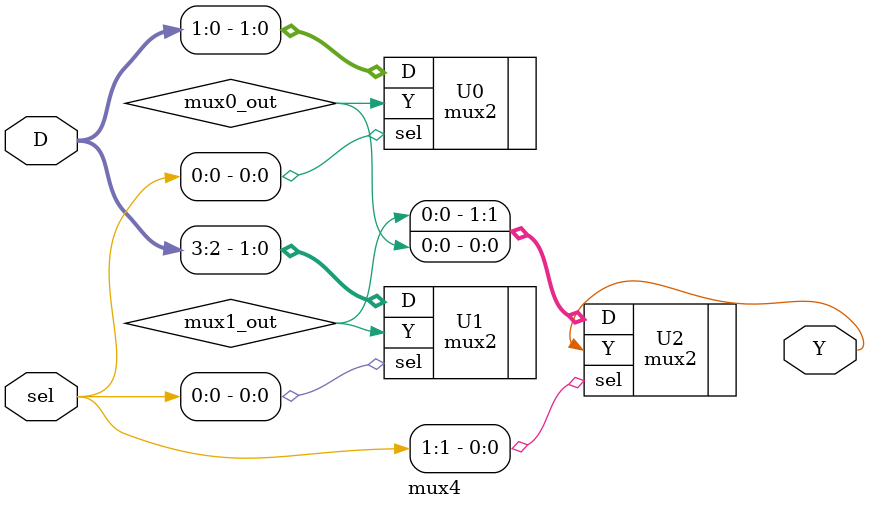
<source format=sv>
`timescale 1ns/1ps

module mux4(

	input		[3 : 0] 	D,
    input   	[1 : 0] 	sel,
	output   				Y

	);
	
	logic mux0_out, mux1_out;

	mux2 U0(.D(D[1:0]), .sel(sel[0]), .Y(mux0_out));
	mux2 U1(.D(D[3:2]), .sel(sel[0]), .Y(mux1_out));
	mux2 U2(.D({mux1_out, mux0_out}), .sel(sel[1]), .Y(Y));


endmodule

</source>
